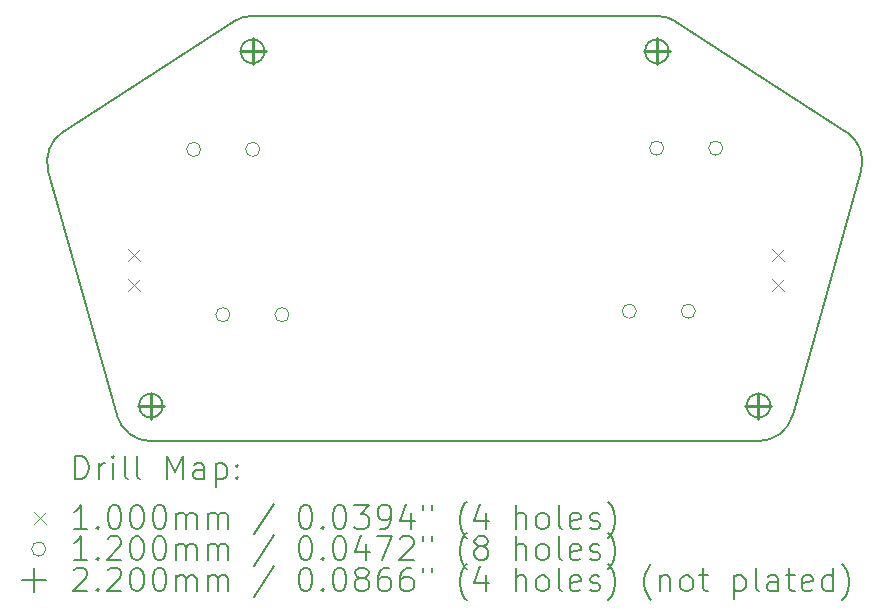
<source format=gbr>
%TF.GenerationSoftware,KiCad,Pcbnew,7.0.2-0*%
%TF.CreationDate,2023-07-23T18:43:14+09:00*%
%TF.ProjectId,capacitor_board2,63617061-6369-4746-9f72-5f626f617264,rev?*%
%TF.SameCoordinates,Original*%
%TF.FileFunction,Drillmap*%
%TF.FilePolarity,Positive*%
%FSLAX45Y45*%
G04 Gerber Fmt 4.5, Leading zero omitted, Abs format (unit mm)*
G04 Created by KiCad (PCBNEW 7.0.2-0) date 2023-07-23 18:43:14*
%MOMM*%
%LPD*%
G01*
G04 APERTURE LIST*
%ADD10C,0.200000*%
%ADD11C,0.100000*%
%ADD12C,0.120000*%
%ADD13C,0.220000*%
G04 APERTURE END LIST*
D10*
X17152462Y-11950002D02*
G75*
G03*
X17441351Y-11730889I-2J300002D01*
G01*
X16291406Y-8350000D02*
X12868594Y-8350000D01*
X12868594Y-8350002D02*
G75*
G03*
X12705619Y-8398129I-4J-299998D01*
G01*
X11718651Y-11730889D02*
G75*
G03*
X12007538Y-11950000I288889J80889D01*
G01*
X18020427Y-9662741D02*
G75*
G03*
X17894518Y-9329983I-288887J80891D01*
G01*
X12968594Y-8650000D02*
G75*
G03*
X12968594Y-8650000I-100000J0D01*
G01*
X17252462Y-11650000D02*
G75*
G03*
X17252462Y-11650000I-100000J0D01*
G01*
X12007538Y-11950000D02*
X17152462Y-11950000D01*
X12107538Y-11650000D02*
G75*
G03*
X12107538Y-11650000I-100000J0D01*
G01*
X16454380Y-8398131D02*
G75*
G03*
X16291406Y-8350000I-162970J-251839D01*
G01*
X17441351Y-11730889D02*
X18020432Y-9662743D01*
X16391406Y-8650000D02*
G75*
G03*
X16391406Y-8650000I-100000J0D01*
G01*
X12705619Y-8398129D02*
X11265482Y-9329983D01*
X11265479Y-9329978D02*
G75*
G03*
X11139568Y-9662743I162981J-251872D01*
G01*
X11139568Y-9662743D02*
X11718649Y-11730889D01*
X17894518Y-9329983D02*
X16454381Y-8398129D01*
D11*
X11811800Y-10325900D02*
X11911800Y-10425900D01*
X11911800Y-10325900D02*
X11811800Y-10425900D01*
X11811800Y-10579900D02*
X11911800Y-10679900D01*
X11911800Y-10579900D02*
X11811800Y-10679900D01*
X17270000Y-10326000D02*
X17370000Y-10426000D01*
X17370000Y-10326000D02*
X17270000Y-10426000D01*
X17270000Y-10580000D02*
X17370000Y-10680000D01*
X17370000Y-10580000D02*
X17270000Y-10680000D01*
D12*
X12430000Y-9480000D02*
G75*
G03*
X12430000Y-9480000I-60000J0D01*
G01*
X12677604Y-10880000D02*
G75*
G03*
X12677604Y-10880000I-60000J0D01*
G01*
X12930000Y-9480000D02*
G75*
G03*
X12930000Y-9480000I-60000J0D01*
G01*
X13177604Y-10880000D02*
G75*
G03*
X13177604Y-10880000I-60000J0D01*
G01*
X16117604Y-10850000D02*
G75*
G03*
X16117604Y-10850000I-60000J0D01*
G01*
X16350000Y-9470000D02*
G75*
G03*
X16350000Y-9470000I-60000J0D01*
G01*
X16617604Y-10850000D02*
G75*
G03*
X16617604Y-10850000I-60000J0D01*
G01*
X16850000Y-9470000D02*
G75*
G03*
X16850000Y-9470000I-60000J0D01*
G01*
D13*
X12010000Y-11540000D02*
X12010000Y-11760000D01*
X11900000Y-11650000D02*
X12120000Y-11650000D01*
X12870000Y-8540000D02*
X12870000Y-8760000D01*
X12760000Y-8650000D02*
X12980000Y-8650000D01*
X16290000Y-8540000D02*
X16290000Y-8760000D01*
X16180000Y-8650000D02*
X16400000Y-8650000D01*
X17150000Y-11540000D02*
X17150000Y-11760000D01*
X17040000Y-11650000D02*
X17260000Y-11650000D01*
D10*
X11366075Y-12272524D02*
X11366075Y-12072524D01*
X11366075Y-12072524D02*
X11413694Y-12072524D01*
X11413694Y-12072524D02*
X11442266Y-12082048D01*
X11442266Y-12082048D02*
X11461313Y-12101095D01*
X11461313Y-12101095D02*
X11470837Y-12120143D01*
X11470837Y-12120143D02*
X11480361Y-12158238D01*
X11480361Y-12158238D02*
X11480361Y-12186810D01*
X11480361Y-12186810D02*
X11470837Y-12224905D01*
X11470837Y-12224905D02*
X11461313Y-12243952D01*
X11461313Y-12243952D02*
X11442266Y-12263000D01*
X11442266Y-12263000D02*
X11413694Y-12272524D01*
X11413694Y-12272524D02*
X11366075Y-12272524D01*
X11566075Y-12272524D02*
X11566075Y-12139190D01*
X11566075Y-12177286D02*
X11575599Y-12158238D01*
X11575599Y-12158238D02*
X11585123Y-12148714D01*
X11585123Y-12148714D02*
X11604170Y-12139190D01*
X11604170Y-12139190D02*
X11623218Y-12139190D01*
X11689885Y-12272524D02*
X11689885Y-12139190D01*
X11689885Y-12072524D02*
X11680361Y-12082048D01*
X11680361Y-12082048D02*
X11689885Y-12091571D01*
X11689885Y-12091571D02*
X11699408Y-12082048D01*
X11699408Y-12082048D02*
X11689885Y-12072524D01*
X11689885Y-12072524D02*
X11689885Y-12091571D01*
X11813694Y-12272524D02*
X11794647Y-12263000D01*
X11794647Y-12263000D02*
X11785123Y-12243952D01*
X11785123Y-12243952D02*
X11785123Y-12072524D01*
X11918456Y-12272524D02*
X11899408Y-12263000D01*
X11899408Y-12263000D02*
X11889885Y-12243952D01*
X11889885Y-12243952D02*
X11889885Y-12072524D01*
X12147028Y-12272524D02*
X12147028Y-12072524D01*
X12147028Y-12072524D02*
X12213694Y-12215381D01*
X12213694Y-12215381D02*
X12280361Y-12072524D01*
X12280361Y-12072524D02*
X12280361Y-12272524D01*
X12461313Y-12272524D02*
X12461313Y-12167762D01*
X12461313Y-12167762D02*
X12451789Y-12148714D01*
X12451789Y-12148714D02*
X12432742Y-12139190D01*
X12432742Y-12139190D02*
X12394647Y-12139190D01*
X12394647Y-12139190D02*
X12375599Y-12148714D01*
X12461313Y-12263000D02*
X12442266Y-12272524D01*
X12442266Y-12272524D02*
X12394647Y-12272524D01*
X12394647Y-12272524D02*
X12375599Y-12263000D01*
X12375599Y-12263000D02*
X12366075Y-12243952D01*
X12366075Y-12243952D02*
X12366075Y-12224905D01*
X12366075Y-12224905D02*
X12375599Y-12205857D01*
X12375599Y-12205857D02*
X12394647Y-12196333D01*
X12394647Y-12196333D02*
X12442266Y-12196333D01*
X12442266Y-12196333D02*
X12461313Y-12186810D01*
X12556551Y-12139190D02*
X12556551Y-12339190D01*
X12556551Y-12148714D02*
X12575599Y-12139190D01*
X12575599Y-12139190D02*
X12613694Y-12139190D01*
X12613694Y-12139190D02*
X12632742Y-12148714D01*
X12632742Y-12148714D02*
X12642266Y-12158238D01*
X12642266Y-12158238D02*
X12651789Y-12177286D01*
X12651789Y-12177286D02*
X12651789Y-12234429D01*
X12651789Y-12234429D02*
X12642266Y-12253476D01*
X12642266Y-12253476D02*
X12632742Y-12263000D01*
X12632742Y-12263000D02*
X12613694Y-12272524D01*
X12613694Y-12272524D02*
X12575599Y-12272524D01*
X12575599Y-12272524D02*
X12556551Y-12263000D01*
X12737504Y-12253476D02*
X12747028Y-12263000D01*
X12747028Y-12263000D02*
X12737504Y-12272524D01*
X12737504Y-12272524D02*
X12727980Y-12263000D01*
X12727980Y-12263000D02*
X12737504Y-12253476D01*
X12737504Y-12253476D02*
X12737504Y-12272524D01*
X12737504Y-12148714D02*
X12747028Y-12158238D01*
X12747028Y-12158238D02*
X12737504Y-12167762D01*
X12737504Y-12167762D02*
X12727980Y-12158238D01*
X12727980Y-12158238D02*
X12737504Y-12148714D01*
X12737504Y-12148714D02*
X12737504Y-12167762D01*
D11*
X11018456Y-12550000D02*
X11118456Y-12650000D01*
X11118456Y-12550000D02*
X11018456Y-12650000D01*
D10*
X11470837Y-12692524D02*
X11356551Y-12692524D01*
X11413694Y-12692524D02*
X11413694Y-12492524D01*
X11413694Y-12492524D02*
X11394647Y-12521095D01*
X11394647Y-12521095D02*
X11375599Y-12540143D01*
X11375599Y-12540143D02*
X11356551Y-12549667D01*
X11556551Y-12673476D02*
X11566075Y-12683000D01*
X11566075Y-12683000D02*
X11556551Y-12692524D01*
X11556551Y-12692524D02*
X11547028Y-12683000D01*
X11547028Y-12683000D02*
X11556551Y-12673476D01*
X11556551Y-12673476D02*
X11556551Y-12692524D01*
X11689885Y-12492524D02*
X11708932Y-12492524D01*
X11708932Y-12492524D02*
X11727980Y-12502048D01*
X11727980Y-12502048D02*
X11737504Y-12511571D01*
X11737504Y-12511571D02*
X11747028Y-12530619D01*
X11747028Y-12530619D02*
X11756551Y-12568714D01*
X11756551Y-12568714D02*
X11756551Y-12616333D01*
X11756551Y-12616333D02*
X11747028Y-12654429D01*
X11747028Y-12654429D02*
X11737504Y-12673476D01*
X11737504Y-12673476D02*
X11727980Y-12683000D01*
X11727980Y-12683000D02*
X11708932Y-12692524D01*
X11708932Y-12692524D02*
X11689885Y-12692524D01*
X11689885Y-12692524D02*
X11670837Y-12683000D01*
X11670837Y-12683000D02*
X11661313Y-12673476D01*
X11661313Y-12673476D02*
X11651789Y-12654429D01*
X11651789Y-12654429D02*
X11642266Y-12616333D01*
X11642266Y-12616333D02*
X11642266Y-12568714D01*
X11642266Y-12568714D02*
X11651789Y-12530619D01*
X11651789Y-12530619D02*
X11661313Y-12511571D01*
X11661313Y-12511571D02*
X11670837Y-12502048D01*
X11670837Y-12502048D02*
X11689885Y-12492524D01*
X11880361Y-12492524D02*
X11899409Y-12492524D01*
X11899409Y-12492524D02*
X11918456Y-12502048D01*
X11918456Y-12502048D02*
X11927980Y-12511571D01*
X11927980Y-12511571D02*
X11937504Y-12530619D01*
X11937504Y-12530619D02*
X11947028Y-12568714D01*
X11947028Y-12568714D02*
X11947028Y-12616333D01*
X11947028Y-12616333D02*
X11937504Y-12654429D01*
X11937504Y-12654429D02*
X11927980Y-12673476D01*
X11927980Y-12673476D02*
X11918456Y-12683000D01*
X11918456Y-12683000D02*
X11899409Y-12692524D01*
X11899409Y-12692524D02*
X11880361Y-12692524D01*
X11880361Y-12692524D02*
X11861313Y-12683000D01*
X11861313Y-12683000D02*
X11851789Y-12673476D01*
X11851789Y-12673476D02*
X11842266Y-12654429D01*
X11842266Y-12654429D02*
X11832742Y-12616333D01*
X11832742Y-12616333D02*
X11832742Y-12568714D01*
X11832742Y-12568714D02*
X11842266Y-12530619D01*
X11842266Y-12530619D02*
X11851789Y-12511571D01*
X11851789Y-12511571D02*
X11861313Y-12502048D01*
X11861313Y-12502048D02*
X11880361Y-12492524D01*
X12070837Y-12492524D02*
X12089885Y-12492524D01*
X12089885Y-12492524D02*
X12108932Y-12502048D01*
X12108932Y-12502048D02*
X12118456Y-12511571D01*
X12118456Y-12511571D02*
X12127980Y-12530619D01*
X12127980Y-12530619D02*
X12137504Y-12568714D01*
X12137504Y-12568714D02*
X12137504Y-12616333D01*
X12137504Y-12616333D02*
X12127980Y-12654429D01*
X12127980Y-12654429D02*
X12118456Y-12673476D01*
X12118456Y-12673476D02*
X12108932Y-12683000D01*
X12108932Y-12683000D02*
X12089885Y-12692524D01*
X12089885Y-12692524D02*
X12070837Y-12692524D01*
X12070837Y-12692524D02*
X12051789Y-12683000D01*
X12051789Y-12683000D02*
X12042266Y-12673476D01*
X12042266Y-12673476D02*
X12032742Y-12654429D01*
X12032742Y-12654429D02*
X12023218Y-12616333D01*
X12023218Y-12616333D02*
X12023218Y-12568714D01*
X12023218Y-12568714D02*
X12032742Y-12530619D01*
X12032742Y-12530619D02*
X12042266Y-12511571D01*
X12042266Y-12511571D02*
X12051789Y-12502048D01*
X12051789Y-12502048D02*
X12070837Y-12492524D01*
X12223218Y-12692524D02*
X12223218Y-12559190D01*
X12223218Y-12578238D02*
X12232742Y-12568714D01*
X12232742Y-12568714D02*
X12251789Y-12559190D01*
X12251789Y-12559190D02*
X12280361Y-12559190D01*
X12280361Y-12559190D02*
X12299409Y-12568714D01*
X12299409Y-12568714D02*
X12308932Y-12587762D01*
X12308932Y-12587762D02*
X12308932Y-12692524D01*
X12308932Y-12587762D02*
X12318456Y-12568714D01*
X12318456Y-12568714D02*
X12337504Y-12559190D01*
X12337504Y-12559190D02*
X12366075Y-12559190D01*
X12366075Y-12559190D02*
X12385123Y-12568714D01*
X12385123Y-12568714D02*
X12394647Y-12587762D01*
X12394647Y-12587762D02*
X12394647Y-12692524D01*
X12489885Y-12692524D02*
X12489885Y-12559190D01*
X12489885Y-12578238D02*
X12499409Y-12568714D01*
X12499409Y-12568714D02*
X12518456Y-12559190D01*
X12518456Y-12559190D02*
X12547028Y-12559190D01*
X12547028Y-12559190D02*
X12566075Y-12568714D01*
X12566075Y-12568714D02*
X12575599Y-12587762D01*
X12575599Y-12587762D02*
X12575599Y-12692524D01*
X12575599Y-12587762D02*
X12585123Y-12568714D01*
X12585123Y-12568714D02*
X12604170Y-12559190D01*
X12604170Y-12559190D02*
X12632742Y-12559190D01*
X12632742Y-12559190D02*
X12651790Y-12568714D01*
X12651790Y-12568714D02*
X12661313Y-12587762D01*
X12661313Y-12587762D02*
X12661313Y-12692524D01*
X13051790Y-12483000D02*
X12880361Y-12740143D01*
X13308932Y-12492524D02*
X13327980Y-12492524D01*
X13327980Y-12492524D02*
X13347028Y-12502048D01*
X13347028Y-12502048D02*
X13356552Y-12511571D01*
X13356552Y-12511571D02*
X13366075Y-12530619D01*
X13366075Y-12530619D02*
X13375599Y-12568714D01*
X13375599Y-12568714D02*
X13375599Y-12616333D01*
X13375599Y-12616333D02*
X13366075Y-12654429D01*
X13366075Y-12654429D02*
X13356552Y-12673476D01*
X13356552Y-12673476D02*
X13347028Y-12683000D01*
X13347028Y-12683000D02*
X13327980Y-12692524D01*
X13327980Y-12692524D02*
X13308932Y-12692524D01*
X13308932Y-12692524D02*
X13289885Y-12683000D01*
X13289885Y-12683000D02*
X13280361Y-12673476D01*
X13280361Y-12673476D02*
X13270837Y-12654429D01*
X13270837Y-12654429D02*
X13261313Y-12616333D01*
X13261313Y-12616333D02*
X13261313Y-12568714D01*
X13261313Y-12568714D02*
X13270837Y-12530619D01*
X13270837Y-12530619D02*
X13280361Y-12511571D01*
X13280361Y-12511571D02*
X13289885Y-12502048D01*
X13289885Y-12502048D02*
X13308932Y-12492524D01*
X13461313Y-12673476D02*
X13470837Y-12683000D01*
X13470837Y-12683000D02*
X13461313Y-12692524D01*
X13461313Y-12692524D02*
X13451790Y-12683000D01*
X13451790Y-12683000D02*
X13461313Y-12673476D01*
X13461313Y-12673476D02*
X13461313Y-12692524D01*
X13594647Y-12492524D02*
X13613694Y-12492524D01*
X13613694Y-12492524D02*
X13632742Y-12502048D01*
X13632742Y-12502048D02*
X13642266Y-12511571D01*
X13642266Y-12511571D02*
X13651790Y-12530619D01*
X13651790Y-12530619D02*
X13661313Y-12568714D01*
X13661313Y-12568714D02*
X13661313Y-12616333D01*
X13661313Y-12616333D02*
X13651790Y-12654429D01*
X13651790Y-12654429D02*
X13642266Y-12673476D01*
X13642266Y-12673476D02*
X13632742Y-12683000D01*
X13632742Y-12683000D02*
X13613694Y-12692524D01*
X13613694Y-12692524D02*
X13594647Y-12692524D01*
X13594647Y-12692524D02*
X13575599Y-12683000D01*
X13575599Y-12683000D02*
X13566075Y-12673476D01*
X13566075Y-12673476D02*
X13556552Y-12654429D01*
X13556552Y-12654429D02*
X13547028Y-12616333D01*
X13547028Y-12616333D02*
X13547028Y-12568714D01*
X13547028Y-12568714D02*
X13556552Y-12530619D01*
X13556552Y-12530619D02*
X13566075Y-12511571D01*
X13566075Y-12511571D02*
X13575599Y-12502048D01*
X13575599Y-12502048D02*
X13594647Y-12492524D01*
X13727980Y-12492524D02*
X13851790Y-12492524D01*
X13851790Y-12492524D02*
X13785123Y-12568714D01*
X13785123Y-12568714D02*
X13813694Y-12568714D01*
X13813694Y-12568714D02*
X13832742Y-12578238D01*
X13832742Y-12578238D02*
X13842266Y-12587762D01*
X13842266Y-12587762D02*
X13851790Y-12606810D01*
X13851790Y-12606810D02*
X13851790Y-12654429D01*
X13851790Y-12654429D02*
X13842266Y-12673476D01*
X13842266Y-12673476D02*
X13832742Y-12683000D01*
X13832742Y-12683000D02*
X13813694Y-12692524D01*
X13813694Y-12692524D02*
X13756552Y-12692524D01*
X13756552Y-12692524D02*
X13737504Y-12683000D01*
X13737504Y-12683000D02*
X13727980Y-12673476D01*
X13947028Y-12692524D02*
X13985123Y-12692524D01*
X13985123Y-12692524D02*
X14004171Y-12683000D01*
X14004171Y-12683000D02*
X14013694Y-12673476D01*
X14013694Y-12673476D02*
X14032742Y-12644905D01*
X14032742Y-12644905D02*
X14042266Y-12606810D01*
X14042266Y-12606810D02*
X14042266Y-12530619D01*
X14042266Y-12530619D02*
X14032742Y-12511571D01*
X14032742Y-12511571D02*
X14023218Y-12502048D01*
X14023218Y-12502048D02*
X14004171Y-12492524D01*
X14004171Y-12492524D02*
X13966075Y-12492524D01*
X13966075Y-12492524D02*
X13947028Y-12502048D01*
X13947028Y-12502048D02*
X13937504Y-12511571D01*
X13937504Y-12511571D02*
X13927980Y-12530619D01*
X13927980Y-12530619D02*
X13927980Y-12578238D01*
X13927980Y-12578238D02*
X13937504Y-12597286D01*
X13937504Y-12597286D02*
X13947028Y-12606810D01*
X13947028Y-12606810D02*
X13966075Y-12616333D01*
X13966075Y-12616333D02*
X14004171Y-12616333D01*
X14004171Y-12616333D02*
X14023218Y-12606810D01*
X14023218Y-12606810D02*
X14032742Y-12597286D01*
X14032742Y-12597286D02*
X14042266Y-12578238D01*
X14213694Y-12559190D02*
X14213694Y-12692524D01*
X14166075Y-12483000D02*
X14118456Y-12625857D01*
X14118456Y-12625857D02*
X14242266Y-12625857D01*
X14308933Y-12492524D02*
X14308933Y-12530619D01*
X14385123Y-12492524D02*
X14385123Y-12530619D01*
X14680361Y-12768714D02*
X14670837Y-12759190D01*
X14670837Y-12759190D02*
X14651790Y-12730619D01*
X14651790Y-12730619D02*
X14642266Y-12711571D01*
X14642266Y-12711571D02*
X14632742Y-12683000D01*
X14632742Y-12683000D02*
X14623218Y-12635381D01*
X14623218Y-12635381D02*
X14623218Y-12597286D01*
X14623218Y-12597286D02*
X14632742Y-12549667D01*
X14632742Y-12549667D02*
X14642266Y-12521095D01*
X14642266Y-12521095D02*
X14651790Y-12502048D01*
X14651790Y-12502048D02*
X14670837Y-12473476D01*
X14670837Y-12473476D02*
X14680361Y-12463952D01*
X14842266Y-12559190D02*
X14842266Y-12692524D01*
X14794647Y-12483000D02*
X14747028Y-12625857D01*
X14747028Y-12625857D02*
X14870837Y-12625857D01*
X15099409Y-12692524D02*
X15099409Y-12492524D01*
X15185123Y-12692524D02*
X15185123Y-12587762D01*
X15185123Y-12587762D02*
X15175599Y-12568714D01*
X15175599Y-12568714D02*
X15156552Y-12559190D01*
X15156552Y-12559190D02*
X15127980Y-12559190D01*
X15127980Y-12559190D02*
X15108933Y-12568714D01*
X15108933Y-12568714D02*
X15099409Y-12578238D01*
X15308933Y-12692524D02*
X15289885Y-12683000D01*
X15289885Y-12683000D02*
X15280361Y-12673476D01*
X15280361Y-12673476D02*
X15270837Y-12654429D01*
X15270837Y-12654429D02*
X15270837Y-12597286D01*
X15270837Y-12597286D02*
X15280361Y-12578238D01*
X15280361Y-12578238D02*
X15289885Y-12568714D01*
X15289885Y-12568714D02*
X15308933Y-12559190D01*
X15308933Y-12559190D02*
X15337504Y-12559190D01*
X15337504Y-12559190D02*
X15356552Y-12568714D01*
X15356552Y-12568714D02*
X15366076Y-12578238D01*
X15366076Y-12578238D02*
X15375599Y-12597286D01*
X15375599Y-12597286D02*
X15375599Y-12654429D01*
X15375599Y-12654429D02*
X15366076Y-12673476D01*
X15366076Y-12673476D02*
X15356552Y-12683000D01*
X15356552Y-12683000D02*
X15337504Y-12692524D01*
X15337504Y-12692524D02*
X15308933Y-12692524D01*
X15489885Y-12692524D02*
X15470837Y-12683000D01*
X15470837Y-12683000D02*
X15461314Y-12663952D01*
X15461314Y-12663952D02*
X15461314Y-12492524D01*
X15642266Y-12683000D02*
X15623218Y-12692524D01*
X15623218Y-12692524D02*
X15585123Y-12692524D01*
X15585123Y-12692524D02*
X15566076Y-12683000D01*
X15566076Y-12683000D02*
X15556552Y-12663952D01*
X15556552Y-12663952D02*
X15556552Y-12587762D01*
X15556552Y-12587762D02*
X15566076Y-12568714D01*
X15566076Y-12568714D02*
X15585123Y-12559190D01*
X15585123Y-12559190D02*
X15623218Y-12559190D01*
X15623218Y-12559190D02*
X15642266Y-12568714D01*
X15642266Y-12568714D02*
X15651790Y-12587762D01*
X15651790Y-12587762D02*
X15651790Y-12606810D01*
X15651790Y-12606810D02*
X15556552Y-12625857D01*
X15727980Y-12683000D02*
X15747028Y-12692524D01*
X15747028Y-12692524D02*
X15785123Y-12692524D01*
X15785123Y-12692524D02*
X15804171Y-12683000D01*
X15804171Y-12683000D02*
X15813695Y-12663952D01*
X15813695Y-12663952D02*
X15813695Y-12654429D01*
X15813695Y-12654429D02*
X15804171Y-12635381D01*
X15804171Y-12635381D02*
X15785123Y-12625857D01*
X15785123Y-12625857D02*
X15756552Y-12625857D01*
X15756552Y-12625857D02*
X15737504Y-12616333D01*
X15737504Y-12616333D02*
X15727980Y-12597286D01*
X15727980Y-12597286D02*
X15727980Y-12587762D01*
X15727980Y-12587762D02*
X15737504Y-12568714D01*
X15737504Y-12568714D02*
X15756552Y-12559190D01*
X15756552Y-12559190D02*
X15785123Y-12559190D01*
X15785123Y-12559190D02*
X15804171Y-12568714D01*
X15880361Y-12768714D02*
X15889885Y-12759190D01*
X15889885Y-12759190D02*
X15908933Y-12730619D01*
X15908933Y-12730619D02*
X15918457Y-12711571D01*
X15918457Y-12711571D02*
X15927980Y-12683000D01*
X15927980Y-12683000D02*
X15937504Y-12635381D01*
X15937504Y-12635381D02*
X15937504Y-12597286D01*
X15937504Y-12597286D02*
X15927980Y-12549667D01*
X15927980Y-12549667D02*
X15918457Y-12521095D01*
X15918457Y-12521095D02*
X15908933Y-12502048D01*
X15908933Y-12502048D02*
X15889885Y-12473476D01*
X15889885Y-12473476D02*
X15880361Y-12463952D01*
D12*
X11118456Y-12864000D02*
G75*
G03*
X11118456Y-12864000I-60000J0D01*
G01*
D10*
X11470837Y-12956524D02*
X11356551Y-12956524D01*
X11413694Y-12956524D02*
X11413694Y-12756524D01*
X11413694Y-12756524D02*
X11394647Y-12785095D01*
X11394647Y-12785095D02*
X11375599Y-12804143D01*
X11375599Y-12804143D02*
X11356551Y-12813667D01*
X11556551Y-12937476D02*
X11566075Y-12947000D01*
X11566075Y-12947000D02*
X11556551Y-12956524D01*
X11556551Y-12956524D02*
X11547028Y-12947000D01*
X11547028Y-12947000D02*
X11556551Y-12937476D01*
X11556551Y-12937476D02*
X11556551Y-12956524D01*
X11642266Y-12775571D02*
X11651789Y-12766048D01*
X11651789Y-12766048D02*
X11670837Y-12756524D01*
X11670837Y-12756524D02*
X11718456Y-12756524D01*
X11718456Y-12756524D02*
X11737504Y-12766048D01*
X11737504Y-12766048D02*
X11747028Y-12775571D01*
X11747028Y-12775571D02*
X11756551Y-12794619D01*
X11756551Y-12794619D02*
X11756551Y-12813667D01*
X11756551Y-12813667D02*
X11747028Y-12842238D01*
X11747028Y-12842238D02*
X11632742Y-12956524D01*
X11632742Y-12956524D02*
X11756551Y-12956524D01*
X11880361Y-12756524D02*
X11899409Y-12756524D01*
X11899409Y-12756524D02*
X11918456Y-12766048D01*
X11918456Y-12766048D02*
X11927980Y-12775571D01*
X11927980Y-12775571D02*
X11937504Y-12794619D01*
X11937504Y-12794619D02*
X11947028Y-12832714D01*
X11947028Y-12832714D02*
X11947028Y-12880333D01*
X11947028Y-12880333D02*
X11937504Y-12918429D01*
X11937504Y-12918429D02*
X11927980Y-12937476D01*
X11927980Y-12937476D02*
X11918456Y-12947000D01*
X11918456Y-12947000D02*
X11899409Y-12956524D01*
X11899409Y-12956524D02*
X11880361Y-12956524D01*
X11880361Y-12956524D02*
X11861313Y-12947000D01*
X11861313Y-12947000D02*
X11851789Y-12937476D01*
X11851789Y-12937476D02*
X11842266Y-12918429D01*
X11842266Y-12918429D02*
X11832742Y-12880333D01*
X11832742Y-12880333D02*
X11832742Y-12832714D01*
X11832742Y-12832714D02*
X11842266Y-12794619D01*
X11842266Y-12794619D02*
X11851789Y-12775571D01*
X11851789Y-12775571D02*
X11861313Y-12766048D01*
X11861313Y-12766048D02*
X11880361Y-12756524D01*
X12070837Y-12756524D02*
X12089885Y-12756524D01*
X12089885Y-12756524D02*
X12108932Y-12766048D01*
X12108932Y-12766048D02*
X12118456Y-12775571D01*
X12118456Y-12775571D02*
X12127980Y-12794619D01*
X12127980Y-12794619D02*
X12137504Y-12832714D01*
X12137504Y-12832714D02*
X12137504Y-12880333D01*
X12137504Y-12880333D02*
X12127980Y-12918429D01*
X12127980Y-12918429D02*
X12118456Y-12937476D01*
X12118456Y-12937476D02*
X12108932Y-12947000D01*
X12108932Y-12947000D02*
X12089885Y-12956524D01*
X12089885Y-12956524D02*
X12070837Y-12956524D01*
X12070837Y-12956524D02*
X12051789Y-12947000D01*
X12051789Y-12947000D02*
X12042266Y-12937476D01*
X12042266Y-12937476D02*
X12032742Y-12918429D01*
X12032742Y-12918429D02*
X12023218Y-12880333D01*
X12023218Y-12880333D02*
X12023218Y-12832714D01*
X12023218Y-12832714D02*
X12032742Y-12794619D01*
X12032742Y-12794619D02*
X12042266Y-12775571D01*
X12042266Y-12775571D02*
X12051789Y-12766048D01*
X12051789Y-12766048D02*
X12070837Y-12756524D01*
X12223218Y-12956524D02*
X12223218Y-12823190D01*
X12223218Y-12842238D02*
X12232742Y-12832714D01*
X12232742Y-12832714D02*
X12251789Y-12823190D01*
X12251789Y-12823190D02*
X12280361Y-12823190D01*
X12280361Y-12823190D02*
X12299409Y-12832714D01*
X12299409Y-12832714D02*
X12308932Y-12851762D01*
X12308932Y-12851762D02*
X12308932Y-12956524D01*
X12308932Y-12851762D02*
X12318456Y-12832714D01*
X12318456Y-12832714D02*
X12337504Y-12823190D01*
X12337504Y-12823190D02*
X12366075Y-12823190D01*
X12366075Y-12823190D02*
X12385123Y-12832714D01*
X12385123Y-12832714D02*
X12394647Y-12851762D01*
X12394647Y-12851762D02*
X12394647Y-12956524D01*
X12489885Y-12956524D02*
X12489885Y-12823190D01*
X12489885Y-12842238D02*
X12499409Y-12832714D01*
X12499409Y-12832714D02*
X12518456Y-12823190D01*
X12518456Y-12823190D02*
X12547028Y-12823190D01*
X12547028Y-12823190D02*
X12566075Y-12832714D01*
X12566075Y-12832714D02*
X12575599Y-12851762D01*
X12575599Y-12851762D02*
X12575599Y-12956524D01*
X12575599Y-12851762D02*
X12585123Y-12832714D01*
X12585123Y-12832714D02*
X12604170Y-12823190D01*
X12604170Y-12823190D02*
X12632742Y-12823190D01*
X12632742Y-12823190D02*
X12651790Y-12832714D01*
X12651790Y-12832714D02*
X12661313Y-12851762D01*
X12661313Y-12851762D02*
X12661313Y-12956524D01*
X13051790Y-12747000D02*
X12880361Y-13004143D01*
X13308932Y-12756524D02*
X13327980Y-12756524D01*
X13327980Y-12756524D02*
X13347028Y-12766048D01*
X13347028Y-12766048D02*
X13356552Y-12775571D01*
X13356552Y-12775571D02*
X13366075Y-12794619D01*
X13366075Y-12794619D02*
X13375599Y-12832714D01*
X13375599Y-12832714D02*
X13375599Y-12880333D01*
X13375599Y-12880333D02*
X13366075Y-12918429D01*
X13366075Y-12918429D02*
X13356552Y-12937476D01*
X13356552Y-12937476D02*
X13347028Y-12947000D01*
X13347028Y-12947000D02*
X13327980Y-12956524D01*
X13327980Y-12956524D02*
X13308932Y-12956524D01*
X13308932Y-12956524D02*
X13289885Y-12947000D01*
X13289885Y-12947000D02*
X13280361Y-12937476D01*
X13280361Y-12937476D02*
X13270837Y-12918429D01*
X13270837Y-12918429D02*
X13261313Y-12880333D01*
X13261313Y-12880333D02*
X13261313Y-12832714D01*
X13261313Y-12832714D02*
X13270837Y-12794619D01*
X13270837Y-12794619D02*
X13280361Y-12775571D01*
X13280361Y-12775571D02*
X13289885Y-12766048D01*
X13289885Y-12766048D02*
X13308932Y-12756524D01*
X13461313Y-12937476D02*
X13470837Y-12947000D01*
X13470837Y-12947000D02*
X13461313Y-12956524D01*
X13461313Y-12956524D02*
X13451790Y-12947000D01*
X13451790Y-12947000D02*
X13461313Y-12937476D01*
X13461313Y-12937476D02*
X13461313Y-12956524D01*
X13594647Y-12756524D02*
X13613694Y-12756524D01*
X13613694Y-12756524D02*
X13632742Y-12766048D01*
X13632742Y-12766048D02*
X13642266Y-12775571D01*
X13642266Y-12775571D02*
X13651790Y-12794619D01*
X13651790Y-12794619D02*
X13661313Y-12832714D01*
X13661313Y-12832714D02*
X13661313Y-12880333D01*
X13661313Y-12880333D02*
X13651790Y-12918429D01*
X13651790Y-12918429D02*
X13642266Y-12937476D01*
X13642266Y-12937476D02*
X13632742Y-12947000D01*
X13632742Y-12947000D02*
X13613694Y-12956524D01*
X13613694Y-12956524D02*
X13594647Y-12956524D01*
X13594647Y-12956524D02*
X13575599Y-12947000D01*
X13575599Y-12947000D02*
X13566075Y-12937476D01*
X13566075Y-12937476D02*
X13556552Y-12918429D01*
X13556552Y-12918429D02*
X13547028Y-12880333D01*
X13547028Y-12880333D02*
X13547028Y-12832714D01*
X13547028Y-12832714D02*
X13556552Y-12794619D01*
X13556552Y-12794619D02*
X13566075Y-12775571D01*
X13566075Y-12775571D02*
X13575599Y-12766048D01*
X13575599Y-12766048D02*
X13594647Y-12756524D01*
X13832742Y-12823190D02*
X13832742Y-12956524D01*
X13785123Y-12747000D02*
X13737504Y-12889857D01*
X13737504Y-12889857D02*
X13861313Y-12889857D01*
X13918456Y-12756524D02*
X14051790Y-12756524D01*
X14051790Y-12756524D02*
X13966075Y-12956524D01*
X14118456Y-12775571D02*
X14127980Y-12766048D01*
X14127980Y-12766048D02*
X14147028Y-12756524D01*
X14147028Y-12756524D02*
X14194647Y-12756524D01*
X14194647Y-12756524D02*
X14213694Y-12766048D01*
X14213694Y-12766048D02*
X14223218Y-12775571D01*
X14223218Y-12775571D02*
X14232742Y-12794619D01*
X14232742Y-12794619D02*
X14232742Y-12813667D01*
X14232742Y-12813667D02*
X14223218Y-12842238D01*
X14223218Y-12842238D02*
X14108933Y-12956524D01*
X14108933Y-12956524D02*
X14232742Y-12956524D01*
X14308933Y-12756524D02*
X14308933Y-12794619D01*
X14385123Y-12756524D02*
X14385123Y-12794619D01*
X14680361Y-13032714D02*
X14670837Y-13023190D01*
X14670837Y-13023190D02*
X14651790Y-12994619D01*
X14651790Y-12994619D02*
X14642266Y-12975571D01*
X14642266Y-12975571D02*
X14632742Y-12947000D01*
X14632742Y-12947000D02*
X14623218Y-12899381D01*
X14623218Y-12899381D02*
X14623218Y-12861286D01*
X14623218Y-12861286D02*
X14632742Y-12813667D01*
X14632742Y-12813667D02*
X14642266Y-12785095D01*
X14642266Y-12785095D02*
X14651790Y-12766048D01*
X14651790Y-12766048D02*
X14670837Y-12737476D01*
X14670837Y-12737476D02*
X14680361Y-12727952D01*
X14785123Y-12842238D02*
X14766075Y-12832714D01*
X14766075Y-12832714D02*
X14756552Y-12823190D01*
X14756552Y-12823190D02*
X14747028Y-12804143D01*
X14747028Y-12804143D02*
X14747028Y-12794619D01*
X14747028Y-12794619D02*
X14756552Y-12775571D01*
X14756552Y-12775571D02*
X14766075Y-12766048D01*
X14766075Y-12766048D02*
X14785123Y-12756524D01*
X14785123Y-12756524D02*
X14823218Y-12756524D01*
X14823218Y-12756524D02*
X14842266Y-12766048D01*
X14842266Y-12766048D02*
X14851790Y-12775571D01*
X14851790Y-12775571D02*
X14861314Y-12794619D01*
X14861314Y-12794619D02*
X14861314Y-12804143D01*
X14861314Y-12804143D02*
X14851790Y-12823190D01*
X14851790Y-12823190D02*
X14842266Y-12832714D01*
X14842266Y-12832714D02*
X14823218Y-12842238D01*
X14823218Y-12842238D02*
X14785123Y-12842238D01*
X14785123Y-12842238D02*
X14766075Y-12851762D01*
X14766075Y-12851762D02*
X14756552Y-12861286D01*
X14756552Y-12861286D02*
X14747028Y-12880333D01*
X14747028Y-12880333D02*
X14747028Y-12918429D01*
X14747028Y-12918429D02*
X14756552Y-12937476D01*
X14756552Y-12937476D02*
X14766075Y-12947000D01*
X14766075Y-12947000D02*
X14785123Y-12956524D01*
X14785123Y-12956524D02*
X14823218Y-12956524D01*
X14823218Y-12956524D02*
X14842266Y-12947000D01*
X14842266Y-12947000D02*
X14851790Y-12937476D01*
X14851790Y-12937476D02*
X14861314Y-12918429D01*
X14861314Y-12918429D02*
X14861314Y-12880333D01*
X14861314Y-12880333D02*
X14851790Y-12861286D01*
X14851790Y-12861286D02*
X14842266Y-12851762D01*
X14842266Y-12851762D02*
X14823218Y-12842238D01*
X15099409Y-12956524D02*
X15099409Y-12756524D01*
X15185123Y-12956524D02*
X15185123Y-12851762D01*
X15185123Y-12851762D02*
X15175599Y-12832714D01*
X15175599Y-12832714D02*
X15156552Y-12823190D01*
X15156552Y-12823190D02*
X15127980Y-12823190D01*
X15127980Y-12823190D02*
X15108933Y-12832714D01*
X15108933Y-12832714D02*
X15099409Y-12842238D01*
X15308933Y-12956524D02*
X15289885Y-12947000D01*
X15289885Y-12947000D02*
X15280361Y-12937476D01*
X15280361Y-12937476D02*
X15270837Y-12918429D01*
X15270837Y-12918429D02*
X15270837Y-12861286D01*
X15270837Y-12861286D02*
X15280361Y-12842238D01*
X15280361Y-12842238D02*
X15289885Y-12832714D01*
X15289885Y-12832714D02*
X15308933Y-12823190D01*
X15308933Y-12823190D02*
X15337504Y-12823190D01*
X15337504Y-12823190D02*
X15356552Y-12832714D01*
X15356552Y-12832714D02*
X15366076Y-12842238D01*
X15366076Y-12842238D02*
X15375599Y-12861286D01*
X15375599Y-12861286D02*
X15375599Y-12918429D01*
X15375599Y-12918429D02*
X15366076Y-12937476D01*
X15366076Y-12937476D02*
X15356552Y-12947000D01*
X15356552Y-12947000D02*
X15337504Y-12956524D01*
X15337504Y-12956524D02*
X15308933Y-12956524D01*
X15489885Y-12956524D02*
X15470837Y-12947000D01*
X15470837Y-12947000D02*
X15461314Y-12927952D01*
X15461314Y-12927952D02*
X15461314Y-12756524D01*
X15642266Y-12947000D02*
X15623218Y-12956524D01*
X15623218Y-12956524D02*
X15585123Y-12956524D01*
X15585123Y-12956524D02*
X15566076Y-12947000D01*
X15566076Y-12947000D02*
X15556552Y-12927952D01*
X15556552Y-12927952D02*
X15556552Y-12851762D01*
X15556552Y-12851762D02*
X15566076Y-12832714D01*
X15566076Y-12832714D02*
X15585123Y-12823190D01*
X15585123Y-12823190D02*
X15623218Y-12823190D01*
X15623218Y-12823190D02*
X15642266Y-12832714D01*
X15642266Y-12832714D02*
X15651790Y-12851762D01*
X15651790Y-12851762D02*
X15651790Y-12870810D01*
X15651790Y-12870810D02*
X15556552Y-12889857D01*
X15727980Y-12947000D02*
X15747028Y-12956524D01*
X15747028Y-12956524D02*
X15785123Y-12956524D01*
X15785123Y-12956524D02*
X15804171Y-12947000D01*
X15804171Y-12947000D02*
X15813695Y-12927952D01*
X15813695Y-12927952D02*
X15813695Y-12918429D01*
X15813695Y-12918429D02*
X15804171Y-12899381D01*
X15804171Y-12899381D02*
X15785123Y-12889857D01*
X15785123Y-12889857D02*
X15756552Y-12889857D01*
X15756552Y-12889857D02*
X15737504Y-12880333D01*
X15737504Y-12880333D02*
X15727980Y-12861286D01*
X15727980Y-12861286D02*
X15727980Y-12851762D01*
X15727980Y-12851762D02*
X15737504Y-12832714D01*
X15737504Y-12832714D02*
X15756552Y-12823190D01*
X15756552Y-12823190D02*
X15785123Y-12823190D01*
X15785123Y-12823190D02*
X15804171Y-12832714D01*
X15880361Y-13032714D02*
X15889885Y-13023190D01*
X15889885Y-13023190D02*
X15908933Y-12994619D01*
X15908933Y-12994619D02*
X15918457Y-12975571D01*
X15918457Y-12975571D02*
X15927980Y-12947000D01*
X15927980Y-12947000D02*
X15937504Y-12899381D01*
X15937504Y-12899381D02*
X15937504Y-12861286D01*
X15937504Y-12861286D02*
X15927980Y-12813667D01*
X15927980Y-12813667D02*
X15918457Y-12785095D01*
X15918457Y-12785095D02*
X15908933Y-12766048D01*
X15908933Y-12766048D02*
X15889885Y-12737476D01*
X15889885Y-12737476D02*
X15880361Y-12727952D01*
X11018456Y-13028000D02*
X11018456Y-13228000D01*
X10918456Y-13128000D02*
X11118456Y-13128000D01*
X11356551Y-13039571D02*
X11366075Y-13030048D01*
X11366075Y-13030048D02*
X11385123Y-13020524D01*
X11385123Y-13020524D02*
X11432742Y-13020524D01*
X11432742Y-13020524D02*
X11451789Y-13030048D01*
X11451789Y-13030048D02*
X11461313Y-13039571D01*
X11461313Y-13039571D02*
X11470837Y-13058619D01*
X11470837Y-13058619D02*
X11470837Y-13077667D01*
X11470837Y-13077667D02*
X11461313Y-13106238D01*
X11461313Y-13106238D02*
X11347028Y-13220524D01*
X11347028Y-13220524D02*
X11470837Y-13220524D01*
X11556551Y-13201476D02*
X11566075Y-13211000D01*
X11566075Y-13211000D02*
X11556551Y-13220524D01*
X11556551Y-13220524D02*
X11547028Y-13211000D01*
X11547028Y-13211000D02*
X11556551Y-13201476D01*
X11556551Y-13201476D02*
X11556551Y-13220524D01*
X11642266Y-13039571D02*
X11651789Y-13030048D01*
X11651789Y-13030048D02*
X11670837Y-13020524D01*
X11670837Y-13020524D02*
X11718456Y-13020524D01*
X11718456Y-13020524D02*
X11737504Y-13030048D01*
X11737504Y-13030048D02*
X11747028Y-13039571D01*
X11747028Y-13039571D02*
X11756551Y-13058619D01*
X11756551Y-13058619D02*
X11756551Y-13077667D01*
X11756551Y-13077667D02*
X11747028Y-13106238D01*
X11747028Y-13106238D02*
X11632742Y-13220524D01*
X11632742Y-13220524D02*
X11756551Y-13220524D01*
X11880361Y-13020524D02*
X11899409Y-13020524D01*
X11899409Y-13020524D02*
X11918456Y-13030048D01*
X11918456Y-13030048D02*
X11927980Y-13039571D01*
X11927980Y-13039571D02*
X11937504Y-13058619D01*
X11937504Y-13058619D02*
X11947028Y-13096714D01*
X11947028Y-13096714D02*
X11947028Y-13144333D01*
X11947028Y-13144333D02*
X11937504Y-13182429D01*
X11937504Y-13182429D02*
X11927980Y-13201476D01*
X11927980Y-13201476D02*
X11918456Y-13211000D01*
X11918456Y-13211000D02*
X11899409Y-13220524D01*
X11899409Y-13220524D02*
X11880361Y-13220524D01*
X11880361Y-13220524D02*
X11861313Y-13211000D01*
X11861313Y-13211000D02*
X11851789Y-13201476D01*
X11851789Y-13201476D02*
X11842266Y-13182429D01*
X11842266Y-13182429D02*
X11832742Y-13144333D01*
X11832742Y-13144333D02*
X11832742Y-13096714D01*
X11832742Y-13096714D02*
X11842266Y-13058619D01*
X11842266Y-13058619D02*
X11851789Y-13039571D01*
X11851789Y-13039571D02*
X11861313Y-13030048D01*
X11861313Y-13030048D02*
X11880361Y-13020524D01*
X12070837Y-13020524D02*
X12089885Y-13020524D01*
X12089885Y-13020524D02*
X12108932Y-13030048D01*
X12108932Y-13030048D02*
X12118456Y-13039571D01*
X12118456Y-13039571D02*
X12127980Y-13058619D01*
X12127980Y-13058619D02*
X12137504Y-13096714D01*
X12137504Y-13096714D02*
X12137504Y-13144333D01*
X12137504Y-13144333D02*
X12127980Y-13182429D01*
X12127980Y-13182429D02*
X12118456Y-13201476D01*
X12118456Y-13201476D02*
X12108932Y-13211000D01*
X12108932Y-13211000D02*
X12089885Y-13220524D01*
X12089885Y-13220524D02*
X12070837Y-13220524D01*
X12070837Y-13220524D02*
X12051789Y-13211000D01*
X12051789Y-13211000D02*
X12042266Y-13201476D01*
X12042266Y-13201476D02*
X12032742Y-13182429D01*
X12032742Y-13182429D02*
X12023218Y-13144333D01*
X12023218Y-13144333D02*
X12023218Y-13096714D01*
X12023218Y-13096714D02*
X12032742Y-13058619D01*
X12032742Y-13058619D02*
X12042266Y-13039571D01*
X12042266Y-13039571D02*
X12051789Y-13030048D01*
X12051789Y-13030048D02*
X12070837Y-13020524D01*
X12223218Y-13220524D02*
X12223218Y-13087190D01*
X12223218Y-13106238D02*
X12232742Y-13096714D01*
X12232742Y-13096714D02*
X12251789Y-13087190D01*
X12251789Y-13087190D02*
X12280361Y-13087190D01*
X12280361Y-13087190D02*
X12299409Y-13096714D01*
X12299409Y-13096714D02*
X12308932Y-13115762D01*
X12308932Y-13115762D02*
X12308932Y-13220524D01*
X12308932Y-13115762D02*
X12318456Y-13096714D01*
X12318456Y-13096714D02*
X12337504Y-13087190D01*
X12337504Y-13087190D02*
X12366075Y-13087190D01*
X12366075Y-13087190D02*
X12385123Y-13096714D01*
X12385123Y-13096714D02*
X12394647Y-13115762D01*
X12394647Y-13115762D02*
X12394647Y-13220524D01*
X12489885Y-13220524D02*
X12489885Y-13087190D01*
X12489885Y-13106238D02*
X12499409Y-13096714D01*
X12499409Y-13096714D02*
X12518456Y-13087190D01*
X12518456Y-13087190D02*
X12547028Y-13087190D01*
X12547028Y-13087190D02*
X12566075Y-13096714D01*
X12566075Y-13096714D02*
X12575599Y-13115762D01*
X12575599Y-13115762D02*
X12575599Y-13220524D01*
X12575599Y-13115762D02*
X12585123Y-13096714D01*
X12585123Y-13096714D02*
X12604170Y-13087190D01*
X12604170Y-13087190D02*
X12632742Y-13087190D01*
X12632742Y-13087190D02*
X12651790Y-13096714D01*
X12651790Y-13096714D02*
X12661313Y-13115762D01*
X12661313Y-13115762D02*
X12661313Y-13220524D01*
X13051790Y-13011000D02*
X12880361Y-13268143D01*
X13308932Y-13020524D02*
X13327980Y-13020524D01*
X13327980Y-13020524D02*
X13347028Y-13030048D01*
X13347028Y-13030048D02*
X13356552Y-13039571D01*
X13356552Y-13039571D02*
X13366075Y-13058619D01*
X13366075Y-13058619D02*
X13375599Y-13096714D01*
X13375599Y-13096714D02*
X13375599Y-13144333D01*
X13375599Y-13144333D02*
X13366075Y-13182429D01*
X13366075Y-13182429D02*
X13356552Y-13201476D01*
X13356552Y-13201476D02*
X13347028Y-13211000D01*
X13347028Y-13211000D02*
X13327980Y-13220524D01*
X13327980Y-13220524D02*
X13308932Y-13220524D01*
X13308932Y-13220524D02*
X13289885Y-13211000D01*
X13289885Y-13211000D02*
X13280361Y-13201476D01*
X13280361Y-13201476D02*
X13270837Y-13182429D01*
X13270837Y-13182429D02*
X13261313Y-13144333D01*
X13261313Y-13144333D02*
X13261313Y-13096714D01*
X13261313Y-13096714D02*
X13270837Y-13058619D01*
X13270837Y-13058619D02*
X13280361Y-13039571D01*
X13280361Y-13039571D02*
X13289885Y-13030048D01*
X13289885Y-13030048D02*
X13308932Y-13020524D01*
X13461313Y-13201476D02*
X13470837Y-13211000D01*
X13470837Y-13211000D02*
X13461313Y-13220524D01*
X13461313Y-13220524D02*
X13451790Y-13211000D01*
X13451790Y-13211000D02*
X13461313Y-13201476D01*
X13461313Y-13201476D02*
X13461313Y-13220524D01*
X13594647Y-13020524D02*
X13613694Y-13020524D01*
X13613694Y-13020524D02*
X13632742Y-13030048D01*
X13632742Y-13030048D02*
X13642266Y-13039571D01*
X13642266Y-13039571D02*
X13651790Y-13058619D01*
X13651790Y-13058619D02*
X13661313Y-13096714D01*
X13661313Y-13096714D02*
X13661313Y-13144333D01*
X13661313Y-13144333D02*
X13651790Y-13182429D01*
X13651790Y-13182429D02*
X13642266Y-13201476D01*
X13642266Y-13201476D02*
X13632742Y-13211000D01*
X13632742Y-13211000D02*
X13613694Y-13220524D01*
X13613694Y-13220524D02*
X13594647Y-13220524D01*
X13594647Y-13220524D02*
X13575599Y-13211000D01*
X13575599Y-13211000D02*
X13566075Y-13201476D01*
X13566075Y-13201476D02*
X13556552Y-13182429D01*
X13556552Y-13182429D02*
X13547028Y-13144333D01*
X13547028Y-13144333D02*
X13547028Y-13096714D01*
X13547028Y-13096714D02*
X13556552Y-13058619D01*
X13556552Y-13058619D02*
X13566075Y-13039571D01*
X13566075Y-13039571D02*
X13575599Y-13030048D01*
X13575599Y-13030048D02*
X13594647Y-13020524D01*
X13775599Y-13106238D02*
X13756552Y-13096714D01*
X13756552Y-13096714D02*
X13747028Y-13087190D01*
X13747028Y-13087190D02*
X13737504Y-13068143D01*
X13737504Y-13068143D02*
X13737504Y-13058619D01*
X13737504Y-13058619D02*
X13747028Y-13039571D01*
X13747028Y-13039571D02*
X13756552Y-13030048D01*
X13756552Y-13030048D02*
X13775599Y-13020524D01*
X13775599Y-13020524D02*
X13813694Y-13020524D01*
X13813694Y-13020524D02*
X13832742Y-13030048D01*
X13832742Y-13030048D02*
X13842266Y-13039571D01*
X13842266Y-13039571D02*
X13851790Y-13058619D01*
X13851790Y-13058619D02*
X13851790Y-13068143D01*
X13851790Y-13068143D02*
X13842266Y-13087190D01*
X13842266Y-13087190D02*
X13832742Y-13096714D01*
X13832742Y-13096714D02*
X13813694Y-13106238D01*
X13813694Y-13106238D02*
X13775599Y-13106238D01*
X13775599Y-13106238D02*
X13756552Y-13115762D01*
X13756552Y-13115762D02*
X13747028Y-13125286D01*
X13747028Y-13125286D02*
X13737504Y-13144333D01*
X13737504Y-13144333D02*
X13737504Y-13182429D01*
X13737504Y-13182429D02*
X13747028Y-13201476D01*
X13747028Y-13201476D02*
X13756552Y-13211000D01*
X13756552Y-13211000D02*
X13775599Y-13220524D01*
X13775599Y-13220524D02*
X13813694Y-13220524D01*
X13813694Y-13220524D02*
X13832742Y-13211000D01*
X13832742Y-13211000D02*
X13842266Y-13201476D01*
X13842266Y-13201476D02*
X13851790Y-13182429D01*
X13851790Y-13182429D02*
X13851790Y-13144333D01*
X13851790Y-13144333D02*
X13842266Y-13125286D01*
X13842266Y-13125286D02*
X13832742Y-13115762D01*
X13832742Y-13115762D02*
X13813694Y-13106238D01*
X14023218Y-13020524D02*
X13985123Y-13020524D01*
X13985123Y-13020524D02*
X13966075Y-13030048D01*
X13966075Y-13030048D02*
X13956552Y-13039571D01*
X13956552Y-13039571D02*
X13937504Y-13068143D01*
X13937504Y-13068143D02*
X13927980Y-13106238D01*
X13927980Y-13106238D02*
X13927980Y-13182429D01*
X13927980Y-13182429D02*
X13937504Y-13201476D01*
X13937504Y-13201476D02*
X13947028Y-13211000D01*
X13947028Y-13211000D02*
X13966075Y-13220524D01*
X13966075Y-13220524D02*
X14004171Y-13220524D01*
X14004171Y-13220524D02*
X14023218Y-13211000D01*
X14023218Y-13211000D02*
X14032742Y-13201476D01*
X14032742Y-13201476D02*
X14042266Y-13182429D01*
X14042266Y-13182429D02*
X14042266Y-13134810D01*
X14042266Y-13134810D02*
X14032742Y-13115762D01*
X14032742Y-13115762D02*
X14023218Y-13106238D01*
X14023218Y-13106238D02*
X14004171Y-13096714D01*
X14004171Y-13096714D02*
X13966075Y-13096714D01*
X13966075Y-13096714D02*
X13947028Y-13106238D01*
X13947028Y-13106238D02*
X13937504Y-13115762D01*
X13937504Y-13115762D02*
X13927980Y-13134810D01*
X14213694Y-13020524D02*
X14175599Y-13020524D01*
X14175599Y-13020524D02*
X14156552Y-13030048D01*
X14156552Y-13030048D02*
X14147028Y-13039571D01*
X14147028Y-13039571D02*
X14127980Y-13068143D01*
X14127980Y-13068143D02*
X14118456Y-13106238D01*
X14118456Y-13106238D02*
X14118456Y-13182429D01*
X14118456Y-13182429D02*
X14127980Y-13201476D01*
X14127980Y-13201476D02*
X14137504Y-13211000D01*
X14137504Y-13211000D02*
X14156552Y-13220524D01*
X14156552Y-13220524D02*
X14194647Y-13220524D01*
X14194647Y-13220524D02*
X14213694Y-13211000D01*
X14213694Y-13211000D02*
X14223218Y-13201476D01*
X14223218Y-13201476D02*
X14232742Y-13182429D01*
X14232742Y-13182429D02*
X14232742Y-13134810D01*
X14232742Y-13134810D02*
X14223218Y-13115762D01*
X14223218Y-13115762D02*
X14213694Y-13106238D01*
X14213694Y-13106238D02*
X14194647Y-13096714D01*
X14194647Y-13096714D02*
X14156552Y-13096714D01*
X14156552Y-13096714D02*
X14137504Y-13106238D01*
X14137504Y-13106238D02*
X14127980Y-13115762D01*
X14127980Y-13115762D02*
X14118456Y-13134810D01*
X14308933Y-13020524D02*
X14308933Y-13058619D01*
X14385123Y-13020524D02*
X14385123Y-13058619D01*
X14680361Y-13296714D02*
X14670837Y-13287190D01*
X14670837Y-13287190D02*
X14651790Y-13258619D01*
X14651790Y-13258619D02*
X14642266Y-13239571D01*
X14642266Y-13239571D02*
X14632742Y-13211000D01*
X14632742Y-13211000D02*
X14623218Y-13163381D01*
X14623218Y-13163381D02*
X14623218Y-13125286D01*
X14623218Y-13125286D02*
X14632742Y-13077667D01*
X14632742Y-13077667D02*
X14642266Y-13049095D01*
X14642266Y-13049095D02*
X14651790Y-13030048D01*
X14651790Y-13030048D02*
X14670837Y-13001476D01*
X14670837Y-13001476D02*
X14680361Y-12991952D01*
X14842266Y-13087190D02*
X14842266Y-13220524D01*
X14794647Y-13011000D02*
X14747028Y-13153857D01*
X14747028Y-13153857D02*
X14870837Y-13153857D01*
X15099409Y-13220524D02*
X15099409Y-13020524D01*
X15185123Y-13220524D02*
X15185123Y-13115762D01*
X15185123Y-13115762D02*
X15175599Y-13096714D01*
X15175599Y-13096714D02*
X15156552Y-13087190D01*
X15156552Y-13087190D02*
X15127980Y-13087190D01*
X15127980Y-13087190D02*
X15108933Y-13096714D01*
X15108933Y-13096714D02*
X15099409Y-13106238D01*
X15308933Y-13220524D02*
X15289885Y-13211000D01*
X15289885Y-13211000D02*
X15280361Y-13201476D01*
X15280361Y-13201476D02*
X15270837Y-13182429D01*
X15270837Y-13182429D02*
X15270837Y-13125286D01*
X15270837Y-13125286D02*
X15280361Y-13106238D01*
X15280361Y-13106238D02*
X15289885Y-13096714D01*
X15289885Y-13096714D02*
X15308933Y-13087190D01*
X15308933Y-13087190D02*
X15337504Y-13087190D01*
X15337504Y-13087190D02*
X15356552Y-13096714D01*
X15356552Y-13096714D02*
X15366076Y-13106238D01*
X15366076Y-13106238D02*
X15375599Y-13125286D01*
X15375599Y-13125286D02*
X15375599Y-13182429D01*
X15375599Y-13182429D02*
X15366076Y-13201476D01*
X15366076Y-13201476D02*
X15356552Y-13211000D01*
X15356552Y-13211000D02*
X15337504Y-13220524D01*
X15337504Y-13220524D02*
X15308933Y-13220524D01*
X15489885Y-13220524D02*
X15470837Y-13211000D01*
X15470837Y-13211000D02*
X15461314Y-13191952D01*
X15461314Y-13191952D02*
X15461314Y-13020524D01*
X15642266Y-13211000D02*
X15623218Y-13220524D01*
X15623218Y-13220524D02*
X15585123Y-13220524D01*
X15585123Y-13220524D02*
X15566076Y-13211000D01*
X15566076Y-13211000D02*
X15556552Y-13191952D01*
X15556552Y-13191952D02*
X15556552Y-13115762D01*
X15556552Y-13115762D02*
X15566076Y-13096714D01*
X15566076Y-13096714D02*
X15585123Y-13087190D01*
X15585123Y-13087190D02*
X15623218Y-13087190D01*
X15623218Y-13087190D02*
X15642266Y-13096714D01*
X15642266Y-13096714D02*
X15651790Y-13115762D01*
X15651790Y-13115762D02*
X15651790Y-13134810D01*
X15651790Y-13134810D02*
X15556552Y-13153857D01*
X15727980Y-13211000D02*
X15747028Y-13220524D01*
X15747028Y-13220524D02*
X15785123Y-13220524D01*
X15785123Y-13220524D02*
X15804171Y-13211000D01*
X15804171Y-13211000D02*
X15813695Y-13191952D01*
X15813695Y-13191952D02*
X15813695Y-13182429D01*
X15813695Y-13182429D02*
X15804171Y-13163381D01*
X15804171Y-13163381D02*
X15785123Y-13153857D01*
X15785123Y-13153857D02*
X15756552Y-13153857D01*
X15756552Y-13153857D02*
X15737504Y-13144333D01*
X15737504Y-13144333D02*
X15727980Y-13125286D01*
X15727980Y-13125286D02*
X15727980Y-13115762D01*
X15727980Y-13115762D02*
X15737504Y-13096714D01*
X15737504Y-13096714D02*
X15756552Y-13087190D01*
X15756552Y-13087190D02*
X15785123Y-13087190D01*
X15785123Y-13087190D02*
X15804171Y-13096714D01*
X15880361Y-13296714D02*
X15889885Y-13287190D01*
X15889885Y-13287190D02*
X15908933Y-13258619D01*
X15908933Y-13258619D02*
X15918457Y-13239571D01*
X15918457Y-13239571D02*
X15927980Y-13211000D01*
X15927980Y-13211000D02*
X15937504Y-13163381D01*
X15937504Y-13163381D02*
X15937504Y-13125286D01*
X15937504Y-13125286D02*
X15927980Y-13077667D01*
X15927980Y-13077667D02*
X15918457Y-13049095D01*
X15918457Y-13049095D02*
X15908933Y-13030048D01*
X15908933Y-13030048D02*
X15889885Y-13001476D01*
X15889885Y-13001476D02*
X15880361Y-12991952D01*
X16242266Y-13296714D02*
X16232742Y-13287190D01*
X16232742Y-13287190D02*
X16213695Y-13258619D01*
X16213695Y-13258619D02*
X16204171Y-13239571D01*
X16204171Y-13239571D02*
X16194647Y-13211000D01*
X16194647Y-13211000D02*
X16185123Y-13163381D01*
X16185123Y-13163381D02*
X16185123Y-13125286D01*
X16185123Y-13125286D02*
X16194647Y-13077667D01*
X16194647Y-13077667D02*
X16204171Y-13049095D01*
X16204171Y-13049095D02*
X16213695Y-13030048D01*
X16213695Y-13030048D02*
X16232742Y-13001476D01*
X16232742Y-13001476D02*
X16242266Y-12991952D01*
X16318457Y-13087190D02*
X16318457Y-13220524D01*
X16318457Y-13106238D02*
X16327980Y-13096714D01*
X16327980Y-13096714D02*
X16347028Y-13087190D01*
X16347028Y-13087190D02*
X16375599Y-13087190D01*
X16375599Y-13087190D02*
X16394647Y-13096714D01*
X16394647Y-13096714D02*
X16404171Y-13115762D01*
X16404171Y-13115762D02*
X16404171Y-13220524D01*
X16527980Y-13220524D02*
X16508933Y-13211000D01*
X16508933Y-13211000D02*
X16499409Y-13201476D01*
X16499409Y-13201476D02*
X16489885Y-13182429D01*
X16489885Y-13182429D02*
X16489885Y-13125286D01*
X16489885Y-13125286D02*
X16499409Y-13106238D01*
X16499409Y-13106238D02*
X16508933Y-13096714D01*
X16508933Y-13096714D02*
X16527980Y-13087190D01*
X16527980Y-13087190D02*
X16556552Y-13087190D01*
X16556552Y-13087190D02*
X16575599Y-13096714D01*
X16575599Y-13096714D02*
X16585123Y-13106238D01*
X16585123Y-13106238D02*
X16594647Y-13125286D01*
X16594647Y-13125286D02*
X16594647Y-13182429D01*
X16594647Y-13182429D02*
X16585123Y-13201476D01*
X16585123Y-13201476D02*
X16575599Y-13211000D01*
X16575599Y-13211000D02*
X16556552Y-13220524D01*
X16556552Y-13220524D02*
X16527980Y-13220524D01*
X16651790Y-13087190D02*
X16727980Y-13087190D01*
X16680361Y-13020524D02*
X16680361Y-13191952D01*
X16680361Y-13191952D02*
X16689885Y-13211000D01*
X16689885Y-13211000D02*
X16708933Y-13220524D01*
X16708933Y-13220524D02*
X16727980Y-13220524D01*
X16947028Y-13087190D02*
X16947028Y-13287190D01*
X16947028Y-13096714D02*
X16966076Y-13087190D01*
X16966076Y-13087190D02*
X17004171Y-13087190D01*
X17004171Y-13087190D02*
X17023219Y-13096714D01*
X17023219Y-13096714D02*
X17032742Y-13106238D01*
X17032742Y-13106238D02*
X17042266Y-13125286D01*
X17042266Y-13125286D02*
X17042266Y-13182429D01*
X17042266Y-13182429D02*
X17032742Y-13201476D01*
X17032742Y-13201476D02*
X17023219Y-13211000D01*
X17023219Y-13211000D02*
X17004171Y-13220524D01*
X17004171Y-13220524D02*
X16966076Y-13220524D01*
X16966076Y-13220524D02*
X16947028Y-13211000D01*
X17156552Y-13220524D02*
X17137504Y-13211000D01*
X17137504Y-13211000D02*
X17127981Y-13191952D01*
X17127981Y-13191952D02*
X17127981Y-13020524D01*
X17318457Y-13220524D02*
X17318457Y-13115762D01*
X17318457Y-13115762D02*
X17308933Y-13096714D01*
X17308933Y-13096714D02*
X17289885Y-13087190D01*
X17289885Y-13087190D02*
X17251790Y-13087190D01*
X17251790Y-13087190D02*
X17232742Y-13096714D01*
X17318457Y-13211000D02*
X17299409Y-13220524D01*
X17299409Y-13220524D02*
X17251790Y-13220524D01*
X17251790Y-13220524D02*
X17232742Y-13211000D01*
X17232742Y-13211000D02*
X17223219Y-13191952D01*
X17223219Y-13191952D02*
X17223219Y-13172905D01*
X17223219Y-13172905D02*
X17232742Y-13153857D01*
X17232742Y-13153857D02*
X17251790Y-13144333D01*
X17251790Y-13144333D02*
X17299409Y-13144333D01*
X17299409Y-13144333D02*
X17318457Y-13134810D01*
X17385123Y-13087190D02*
X17461314Y-13087190D01*
X17413695Y-13020524D02*
X17413695Y-13191952D01*
X17413695Y-13191952D02*
X17423219Y-13211000D01*
X17423219Y-13211000D02*
X17442266Y-13220524D01*
X17442266Y-13220524D02*
X17461314Y-13220524D01*
X17604171Y-13211000D02*
X17585123Y-13220524D01*
X17585123Y-13220524D02*
X17547028Y-13220524D01*
X17547028Y-13220524D02*
X17527981Y-13211000D01*
X17527981Y-13211000D02*
X17518457Y-13191952D01*
X17518457Y-13191952D02*
X17518457Y-13115762D01*
X17518457Y-13115762D02*
X17527981Y-13096714D01*
X17527981Y-13096714D02*
X17547028Y-13087190D01*
X17547028Y-13087190D02*
X17585123Y-13087190D01*
X17585123Y-13087190D02*
X17604171Y-13096714D01*
X17604171Y-13096714D02*
X17613695Y-13115762D01*
X17613695Y-13115762D02*
X17613695Y-13134810D01*
X17613695Y-13134810D02*
X17518457Y-13153857D01*
X17785123Y-13220524D02*
X17785123Y-13020524D01*
X17785123Y-13211000D02*
X17766076Y-13220524D01*
X17766076Y-13220524D02*
X17727981Y-13220524D01*
X17727981Y-13220524D02*
X17708933Y-13211000D01*
X17708933Y-13211000D02*
X17699409Y-13201476D01*
X17699409Y-13201476D02*
X17689885Y-13182429D01*
X17689885Y-13182429D02*
X17689885Y-13125286D01*
X17689885Y-13125286D02*
X17699409Y-13106238D01*
X17699409Y-13106238D02*
X17708933Y-13096714D01*
X17708933Y-13096714D02*
X17727981Y-13087190D01*
X17727981Y-13087190D02*
X17766076Y-13087190D01*
X17766076Y-13087190D02*
X17785123Y-13096714D01*
X17861314Y-13296714D02*
X17870838Y-13287190D01*
X17870838Y-13287190D02*
X17889885Y-13258619D01*
X17889885Y-13258619D02*
X17899409Y-13239571D01*
X17899409Y-13239571D02*
X17908933Y-13211000D01*
X17908933Y-13211000D02*
X17918457Y-13163381D01*
X17918457Y-13163381D02*
X17918457Y-13125286D01*
X17918457Y-13125286D02*
X17908933Y-13077667D01*
X17908933Y-13077667D02*
X17899409Y-13049095D01*
X17899409Y-13049095D02*
X17889885Y-13030048D01*
X17889885Y-13030048D02*
X17870838Y-13001476D01*
X17870838Y-13001476D02*
X17861314Y-12991952D01*
M02*

</source>
